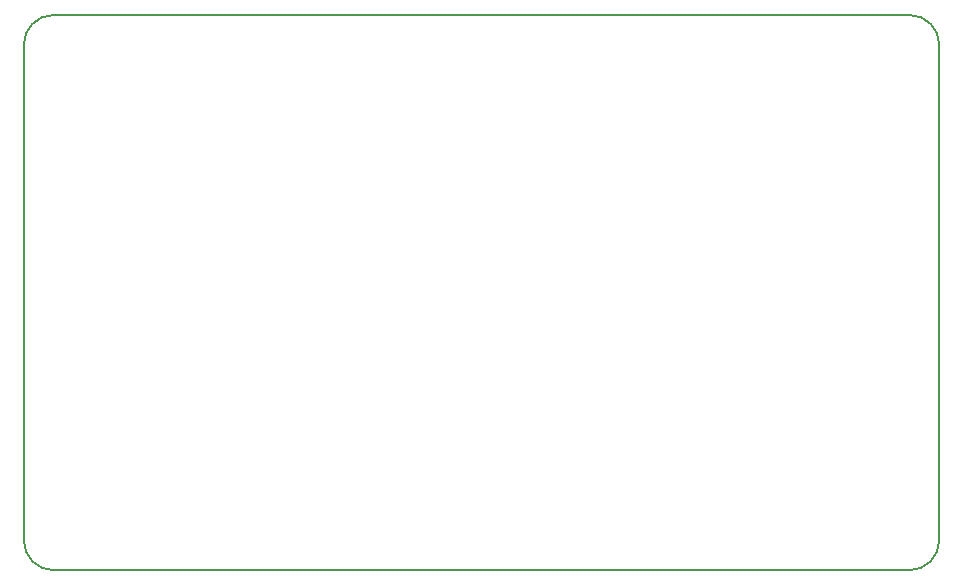
<source format=gm1>
G04 #@! TF.GenerationSoftware,KiCad,Pcbnew,(5.1.2)-2*
G04 #@! TF.CreationDate,2019-12-02T09:08:39+11:00*
G04 #@! TF.ProjectId,BoSL_GSP_Micro,426f534c-5f47-4535-905f-4d6963726f2e,0.3 G_*
G04 #@! TF.SameCoordinates,Original*
G04 #@! TF.FileFunction,Profile,NP*
%FSLAX46Y46*%
G04 Gerber Fmt 4.6, Leading zero omitted, Abs format (unit mm)*
G04 Created by KiCad (PCBNEW (5.1.2)-2) date 2019-12-02 09:08:39*
%MOMM*%
%LPD*%
G04 APERTURE LIST*
%ADD10C,0.150000*%
G04 APERTURE END LIST*
D10*
X192500000Y-107500000D02*
G75*
G02X190000000Y-110000000I-2500000J0D01*
G01*
X117500000Y-110000000D02*
G75*
G02X115000000Y-107500000I0J2500000D01*
G01*
X115000000Y-65500000D02*
G75*
G02X117500000Y-63000000I2500000J0D01*
G01*
X190000000Y-63000000D02*
G75*
G02X192500000Y-65500000I0J-2500000D01*
G01*
X115000000Y-107500000D02*
X115000000Y-65500000D01*
X190000000Y-110000000D02*
X117500000Y-110000000D01*
X192500000Y-65500000D02*
X192500000Y-107500000D01*
X117500000Y-63000000D02*
X190000000Y-63000000D01*
M02*

</source>
